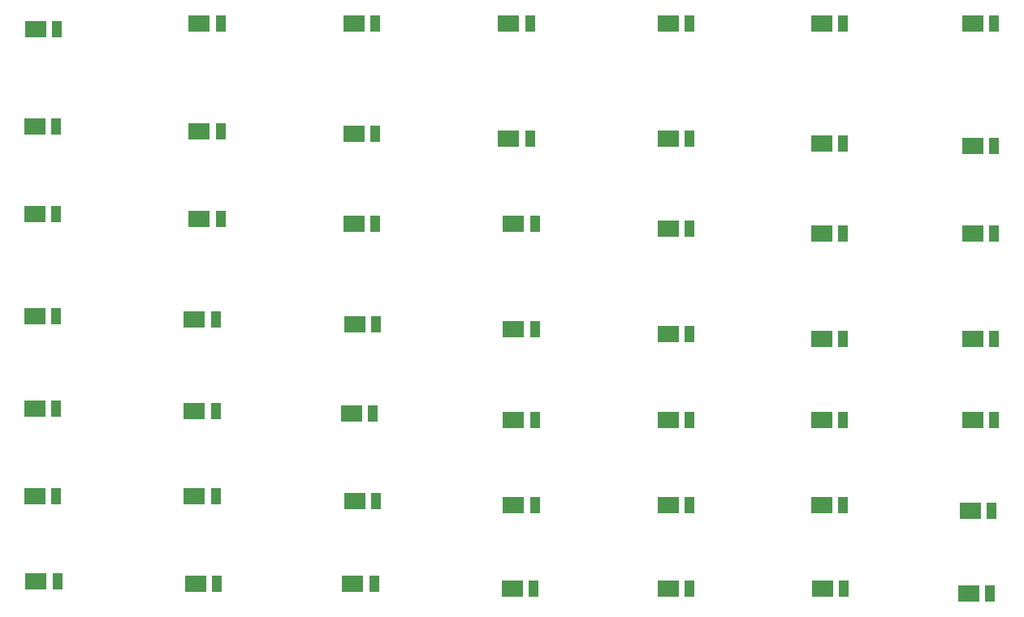
<source format=gbr>
%TF.GenerationSoftware,KiCad,Pcbnew,(6.0.4)*%
%TF.CreationDate,2022-04-23T12:46:15+05:30*%
%TF.ProjectId,led_50w,6c65645f-3530-4772-9e6b-696361645f70,rev?*%
%TF.SameCoordinates,Original*%
%TF.FileFunction,Paste,Top*%
%TF.FilePolarity,Positive*%
%FSLAX46Y46*%
G04 Gerber Fmt 4.6, Leading zero omitted, Abs format (unit mm)*
G04 Created by KiCad (PCBNEW (6.0.4)) date 2022-04-23 12:46:15*
%MOMM*%
%LPD*%
G01*
G04 APERTURE LIST*
%ADD10R,2.200000X1.800000*%
%ADD11R,1.100000X1.800000*%
G04 APERTURE END LIST*
D10*
%TO.C,LED24*%
X159927000Y-114416000D03*
D11*
X162167000Y-114416000D03*
%TD*%
D10*
%TO.C,LED23*%
X159927000Y-123364000D03*
D11*
X162167000Y-123364000D03*
%TD*%
D10*
%TO.C,LED22*%
X175260000Y-132588000D03*
D11*
X177500000Y-132588000D03*
%TD*%
D10*
%TO.C,LED21*%
X159927000Y-73036000D03*
D11*
X162167000Y-73036000D03*
%TD*%
D10*
%TO.C,LED20*%
X159927000Y-85540000D03*
D11*
X162167000Y-85540000D03*
%TD*%
D10*
%TO.C,LED19*%
X143935000Y-132080000D03*
D11*
X146175000Y-132080000D03*
%TD*%
%TO.C,LED18*%
X146155000Y-105468000D03*
D10*
X143915000Y-105468000D03*
%TD*%
%TO.C,LED17*%
X77895000Y-83820000D03*
D11*
X80135000Y-83820000D03*
%TD*%
D10*
%TO.C,LED16*%
X175675000Y-105976000D03*
D11*
X177915000Y-105976000D03*
%TD*%
D10*
%TO.C,LED15*%
X143915000Y-85032000D03*
D11*
X146155000Y-85032000D03*
%TD*%
%TO.C,LED14*%
X146155000Y-114416000D03*
D10*
X143915000Y-114416000D03*
%TD*%
%TO.C,LED1*%
X175675000Y-73036000D03*
D11*
X177915000Y-73036000D03*
%TD*%
D10*
%TO.C,LED12*%
X175675000Y-94996000D03*
D11*
X177915000Y-94996000D03*
%TD*%
D10*
%TO.C,LED11*%
X111252000Y-104452000D03*
D11*
X113492000Y-104452000D03*
%TD*%
D10*
%TO.C,LED10*%
X127273000Y-85032000D03*
D11*
X129513000Y-85032000D03*
%TD*%
D10*
%TO.C,LED9*%
X175675000Y-85852000D03*
D11*
X177915000Y-85852000D03*
%TD*%
D10*
%TO.C,LED8*%
X175675000Y-114416000D03*
D11*
X177915000Y-114416000D03*
%TD*%
D10*
%TO.C,LED7*%
X94497000Y-113480000D03*
D11*
X96737000Y-113480000D03*
%TD*%
D10*
%TO.C,LED6*%
X127679000Y-132080000D03*
D11*
X129919000Y-132080000D03*
%TD*%
%TO.C,LED5*%
X146155000Y-123364000D03*
D10*
X143915000Y-123364000D03*
%TD*%
%TO.C,LED4*%
X127781000Y-93980000D03*
D11*
X130021000Y-93980000D03*
%TD*%
D10*
%TO.C,LED3*%
X111139000Y-73036000D03*
D11*
X113379000Y-73036000D03*
%TD*%
D10*
%TO.C,LED2*%
X127781000Y-114416000D03*
D11*
X130021000Y-114416000D03*
%TD*%
D10*
%TO.C,LED13*%
X77895000Y-92964000D03*
D11*
X80135000Y-92964000D03*
%TD*%
D10*
%TO.C,LED49*%
X159927000Y-105976000D03*
D11*
X162167000Y-105976000D03*
%TD*%
D10*
%TO.C,LED48*%
X111139000Y-93980000D03*
D11*
X113379000Y-93980000D03*
%TD*%
D10*
%TO.C,LED47*%
X95005000Y-84328000D03*
D11*
X97245000Y-84328000D03*
%TD*%
D10*
%TO.C,LED46*%
X77895000Y-113284000D03*
D11*
X80135000Y-113284000D03*
%TD*%
D10*
%TO.C,LED45*%
X78017000Y-131296000D03*
D11*
X80257000Y-131296000D03*
%TD*%
D10*
%TO.C,LED44*%
X94497000Y-122428000D03*
D11*
X96737000Y-122428000D03*
%TD*%
D10*
%TO.C,LED43*%
X95005000Y-73036000D03*
D11*
X97245000Y-73036000D03*
%TD*%
D10*
%TO.C,LED42*%
X95005000Y-93472000D03*
D11*
X97245000Y-93472000D03*
%TD*%
D10*
%TO.C,LED41*%
X143915000Y-73036000D03*
D11*
X146155000Y-73036000D03*
%TD*%
D10*
%TO.C,LED40*%
X110915000Y-113792000D03*
D11*
X113155000Y-113792000D03*
%TD*%
D10*
%TO.C,LED39*%
X111139000Y-84524000D03*
D11*
X113379000Y-84524000D03*
%TD*%
D10*
%TO.C,LED25*%
X175431000Y-123952000D03*
D11*
X177671000Y-123952000D03*
%TD*%
D10*
%TO.C,LED37*%
X143915000Y-94488000D03*
D11*
X146155000Y-94488000D03*
%TD*%
D10*
%TO.C,LED36*%
X94659000Y-131572000D03*
D11*
X96899000Y-131572000D03*
%TD*%
%TO.C,LED35*%
X113268000Y-131572000D03*
D10*
X111028000Y-131572000D03*
%TD*%
%TO.C,LED34*%
X77968000Y-73624000D03*
D11*
X80208000Y-73624000D03*
%TD*%
D10*
%TO.C,LED33*%
X94497000Y-103944000D03*
D11*
X96737000Y-103944000D03*
%TD*%
D10*
%TO.C,LED32*%
X159927000Y-94996000D03*
D11*
X162167000Y-94996000D03*
%TD*%
D10*
%TO.C,LED31*%
X127781000Y-104960000D03*
D11*
X130021000Y-104960000D03*
%TD*%
D10*
%TO.C,LED30*%
X127781000Y-123364000D03*
D11*
X130021000Y-123364000D03*
%TD*%
D10*
%TO.C,LED29*%
X77895000Y-122428000D03*
D11*
X80135000Y-122428000D03*
%TD*%
D10*
%TO.C,LED28*%
X127273000Y-73036000D03*
D11*
X129513000Y-73036000D03*
%TD*%
D10*
%TO.C,LED27*%
X77895000Y-103632000D03*
D11*
X80135000Y-103632000D03*
%TD*%
D10*
%TO.C,LED26*%
X160020000Y-132080000D03*
D11*
X162260000Y-132080000D03*
%TD*%
D10*
%TO.C,LED38*%
X111252000Y-122936000D03*
D11*
X113492000Y-122936000D03*
%TD*%
M02*

</source>
